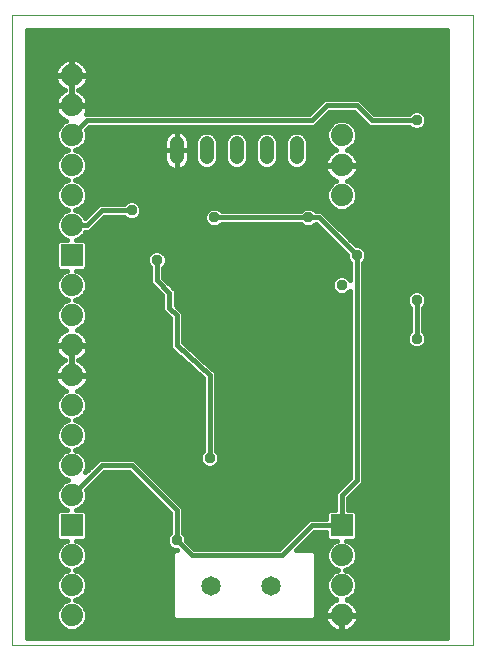
<source format=gbl>
G75*
%MOIN*%
%OFA0B0*%
%FSLAX25Y25*%
%IPPOS*%
%LPD*%
%AMOC8*
5,1,8,0,0,1.08239X$1,22.5*
%
%ADD10C,0.00000*%
%ADD11C,0.06500*%
%ADD12R,0.07400X0.07400*%
%ADD13C,0.07400*%
%ADD14C,0.04800*%
%ADD15C,0.03762*%
%ADD16C,0.01600*%
D10*
X0003000Y0001800D02*
X0003000Y0211761D01*
X0156701Y0211761D01*
X0156701Y0001800D01*
X0003000Y0001800D01*
D11*
X0069500Y0021400D03*
X0089500Y0021400D03*
D12*
X0113000Y0041800D03*
X0023000Y0041800D03*
X0023000Y0131800D03*
D13*
X0023000Y0141800D03*
X0023000Y0151800D03*
X0023000Y0161800D03*
X0023000Y0171800D03*
X0023000Y0181800D03*
X0023000Y0191800D03*
X0023000Y0121800D03*
X0023000Y0111800D03*
X0023000Y0101800D03*
X0023000Y0091800D03*
X0023000Y0081800D03*
X0023000Y0071800D03*
X0023000Y0061800D03*
X0023000Y0051800D03*
X0023000Y0031800D03*
X0023000Y0021800D03*
X0023000Y0011800D03*
X0113000Y0011800D03*
X0113000Y0021800D03*
X0113000Y0031800D03*
X0113000Y0151800D03*
X0113000Y0161800D03*
X0113000Y0171800D03*
D14*
X0098000Y0169200D02*
X0098000Y0164400D01*
X0088000Y0164400D02*
X0088000Y0169200D01*
X0078000Y0169200D02*
X0078000Y0164400D01*
X0068000Y0164400D02*
X0068000Y0169200D01*
X0058000Y0169200D02*
X0058000Y0164400D01*
D15*
X0043000Y0146800D03*
X0051400Y0130200D03*
X0070600Y0144400D03*
X0073000Y0151800D03*
X0101900Y0144400D03*
X0118000Y0131800D03*
X0113000Y0121800D03*
X0103000Y0101800D03*
X0103000Y0071800D03*
X0078000Y0071800D03*
X0069000Y0064300D03*
X0058000Y0036800D03*
X0048000Y0016800D03*
X0033000Y0086800D03*
X0078000Y0101800D03*
X0138000Y0104000D03*
X0138000Y0116800D03*
X0138000Y0176800D03*
X0123000Y0186800D03*
X0143000Y0196800D03*
X0033000Y0196800D03*
X0138000Y0046800D03*
X0138000Y0021800D03*
D16*
X0148000Y0021893D02*
X0118100Y0021893D01*
X0118100Y0022814D02*
X0117324Y0024689D01*
X0115889Y0026124D01*
X0114256Y0026800D01*
X0115889Y0027476D01*
X0117324Y0028911D01*
X0118100Y0030786D01*
X0118100Y0032814D01*
X0117324Y0034689D01*
X0115889Y0036124D01*
X0114497Y0036700D01*
X0117280Y0036700D01*
X0118100Y0037520D01*
X0118100Y0046080D01*
X0117280Y0046900D01*
X0115200Y0046900D01*
X0115200Y0050889D01*
X0118911Y0054600D01*
X0120200Y0055889D01*
X0120200Y0129360D01*
X0120782Y0129941D01*
X0121281Y0131147D01*
X0121281Y0132453D01*
X0120782Y0133659D01*
X0119859Y0134582D01*
X0118653Y0135081D01*
X0117830Y0135081D01*
X0106311Y0146600D01*
X0104340Y0146600D01*
X0103759Y0147182D01*
X0102553Y0147681D01*
X0101247Y0147681D01*
X0100041Y0147182D01*
X0099460Y0146600D01*
X0073040Y0146600D01*
X0072459Y0147182D01*
X0071253Y0147681D01*
X0069947Y0147681D01*
X0068741Y0147182D01*
X0067818Y0146259D01*
X0067319Y0145053D01*
X0067319Y0143747D01*
X0067818Y0142541D01*
X0068741Y0141618D01*
X0069947Y0141119D01*
X0071253Y0141119D01*
X0072459Y0141618D01*
X0073040Y0142200D01*
X0099460Y0142200D01*
X0100041Y0141618D01*
X0101247Y0141119D01*
X0102553Y0141119D01*
X0103759Y0141618D01*
X0104340Y0142200D01*
X0104489Y0142200D01*
X0114719Y0131970D01*
X0114719Y0131147D01*
X0115218Y0129941D01*
X0115800Y0129360D01*
X0115800Y0123614D01*
X0115782Y0123659D01*
X0114859Y0124582D01*
X0113653Y0125081D01*
X0112347Y0125081D01*
X0111141Y0124582D01*
X0110218Y0123659D01*
X0109719Y0122453D01*
X0109719Y0121147D01*
X0110218Y0119941D01*
X0111141Y0119018D01*
X0112347Y0118519D01*
X0113653Y0118519D01*
X0114859Y0119018D01*
X0115782Y0119941D01*
X0115800Y0119986D01*
X0115800Y0057711D01*
X0112089Y0054000D01*
X0110800Y0052711D01*
X0110800Y0046900D01*
X0108720Y0046900D01*
X0107900Y0046080D01*
X0107900Y0044000D01*
X0102089Y0044000D01*
X0100800Y0042711D01*
X0092089Y0034000D01*
X0063911Y0034000D01*
X0061281Y0036630D01*
X0061281Y0037453D01*
X0060782Y0038659D01*
X0060200Y0039240D01*
X0060200Y0047711D01*
X0058911Y0049000D01*
X0043911Y0064000D01*
X0032089Y0064000D01*
X0030800Y0062711D01*
X0027552Y0059464D01*
X0028100Y0060786D01*
X0028100Y0062814D01*
X0027324Y0064689D01*
X0025889Y0066124D01*
X0024256Y0066800D01*
X0025889Y0067476D01*
X0027324Y0068911D01*
X0028100Y0070786D01*
X0028100Y0072814D01*
X0027324Y0074689D01*
X0025889Y0076124D01*
X0024256Y0076800D01*
X0025889Y0077476D01*
X0027324Y0078911D01*
X0028100Y0080786D01*
X0028100Y0082814D01*
X0027324Y0084689D01*
X0025889Y0086124D01*
X0024763Y0086590D01*
X0025111Y0086703D01*
X0025883Y0087096D01*
X0026583Y0087605D01*
X0027195Y0088217D01*
X0027704Y0088917D01*
X0028097Y0089689D01*
X0028365Y0090512D01*
X0028500Y0091367D01*
X0028500Y0091600D01*
X0023200Y0091600D01*
X0023200Y0092000D01*
X0028500Y0092000D01*
X0028500Y0092233D01*
X0028365Y0093088D01*
X0028097Y0093911D01*
X0027704Y0094683D01*
X0027195Y0095383D01*
X0026583Y0095995D01*
X0025883Y0096504D01*
X0025302Y0096800D01*
X0025883Y0097096D01*
X0026583Y0097605D01*
X0027195Y0098217D01*
X0027704Y0098917D01*
X0028097Y0099689D01*
X0028365Y0100512D01*
X0028500Y0101367D01*
X0028500Y0101600D01*
X0023200Y0101600D01*
X0023200Y0102000D01*
X0028500Y0102000D01*
X0028500Y0102233D01*
X0028365Y0103088D01*
X0028097Y0103911D01*
X0027704Y0104683D01*
X0027195Y0105383D01*
X0026583Y0105995D01*
X0025883Y0106504D01*
X0025111Y0106897D01*
X0024763Y0107010D01*
X0025889Y0107476D01*
X0027324Y0108911D01*
X0028100Y0110786D01*
X0028100Y0112814D01*
X0027324Y0114689D01*
X0025889Y0116124D01*
X0024256Y0116800D01*
X0025889Y0117476D01*
X0027324Y0118911D01*
X0028100Y0120786D01*
X0028100Y0122814D01*
X0027324Y0124689D01*
X0025889Y0126124D01*
X0024497Y0126700D01*
X0027280Y0126700D01*
X0028100Y0127520D01*
X0028100Y0136080D01*
X0027280Y0136900D01*
X0024497Y0136900D01*
X0025889Y0137476D01*
X0027324Y0138911D01*
X0027609Y0139600D01*
X0028911Y0139600D01*
X0030200Y0140889D01*
X0033911Y0144600D01*
X0040560Y0144600D01*
X0041141Y0144018D01*
X0042347Y0143519D01*
X0043653Y0143519D01*
X0044859Y0144018D01*
X0045782Y0144941D01*
X0046281Y0146147D01*
X0046281Y0147453D01*
X0045782Y0148659D01*
X0044859Y0149582D01*
X0043653Y0150081D01*
X0042347Y0150081D01*
X0041141Y0149582D01*
X0040560Y0149000D01*
X0032089Y0149000D01*
X0027457Y0144368D01*
X0027324Y0144689D01*
X0025889Y0146124D01*
X0024256Y0146800D01*
X0025889Y0147476D01*
X0027324Y0148911D01*
X0028100Y0150786D01*
X0028100Y0152814D01*
X0027324Y0154689D01*
X0025889Y0156124D01*
X0024256Y0156800D01*
X0025889Y0157476D01*
X0027324Y0158911D01*
X0028100Y0160786D01*
X0028100Y0162814D01*
X0027324Y0164689D01*
X0025889Y0166124D01*
X0024256Y0166800D01*
X0025889Y0167476D01*
X0027324Y0168911D01*
X0028100Y0170786D01*
X0028100Y0172814D01*
X0027815Y0173503D01*
X0028911Y0174600D01*
X0103911Y0174600D01*
X0105200Y0175889D01*
X0108911Y0179600D01*
X0117089Y0179600D01*
X0122089Y0174600D01*
X0135560Y0174600D01*
X0136141Y0174018D01*
X0137347Y0173519D01*
X0138653Y0173519D01*
X0139859Y0174018D01*
X0140782Y0174941D01*
X0141281Y0176147D01*
X0141281Y0177453D01*
X0140782Y0178659D01*
X0139859Y0179582D01*
X0138653Y0180081D01*
X0137347Y0180081D01*
X0136141Y0179582D01*
X0135560Y0179000D01*
X0123911Y0179000D01*
X0120200Y0182711D01*
X0118911Y0184000D01*
X0107089Y0184000D01*
X0102089Y0179000D01*
X0027746Y0179000D01*
X0028097Y0179689D01*
X0028365Y0180512D01*
X0028500Y0181367D01*
X0028500Y0181600D01*
X0023200Y0181600D01*
X0023200Y0182000D01*
X0028500Y0182000D01*
X0028500Y0182233D01*
X0028365Y0183088D01*
X0028097Y0183911D01*
X0027704Y0184683D01*
X0027195Y0185383D01*
X0026583Y0185995D01*
X0025883Y0186504D01*
X0025302Y0186800D01*
X0025883Y0187096D01*
X0026583Y0187605D01*
X0027195Y0188217D01*
X0027704Y0188917D01*
X0028097Y0189689D01*
X0028365Y0190512D01*
X0028500Y0191367D01*
X0028500Y0191600D01*
X0023200Y0191600D01*
X0023200Y0192000D01*
X0022800Y0192000D01*
X0022800Y0197300D01*
X0022567Y0197300D01*
X0021712Y0197165D01*
X0020889Y0196897D01*
X0020117Y0196504D01*
X0019417Y0195995D01*
X0018805Y0195383D01*
X0018296Y0194683D01*
X0017903Y0193911D01*
X0017635Y0193088D01*
X0017500Y0192233D01*
X0017500Y0192000D01*
X0022800Y0192000D01*
X0022800Y0191600D01*
X0017500Y0191600D01*
X0017500Y0191367D01*
X0017635Y0190512D01*
X0017903Y0189689D01*
X0018296Y0188917D01*
X0018805Y0188217D01*
X0019417Y0187605D01*
X0020117Y0187096D01*
X0020698Y0186800D01*
X0020117Y0186504D01*
X0019417Y0185995D01*
X0018805Y0185383D01*
X0018296Y0184683D01*
X0017903Y0183911D01*
X0017635Y0183088D01*
X0017500Y0182233D01*
X0017500Y0182000D01*
X0022800Y0182000D01*
X0022800Y0191600D01*
X0023200Y0191600D01*
X0023200Y0186300D01*
X0023200Y0182000D01*
X0022800Y0182000D01*
X0022800Y0181600D01*
X0017500Y0181600D01*
X0017500Y0181367D01*
X0017635Y0180512D01*
X0017903Y0179689D01*
X0018296Y0178917D01*
X0018805Y0178217D01*
X0019417Y0177605D01*
X0020117Y0177096D01*
X0020889Y0176703D01*
X0021237Y0176590D01*
X0020111Y0176124D01*
X0018676Y0174689D01*
X0017900Y0172814D01*
X0017900Y0170786D01*
X0018676Y0168911D01*
X0020111Y0167476D01*
X0021744Y0166800D01*
X0020111Y0166124D01*
X0018676Y0164689D01*
X0017900Y0162814D01*
X0017900Y0160786D01*
X0018676Y0158911D01*
X0020111Y0157476D01*
X0021744Y0156800D01*
X0020111Y0156124D01*
X0018676Y0154689D01*
X0017900Y0152814D01*
X0017900Y0150786D01*
X0018676Y0148911D01*
X0020111Y0147476D01*
X0021744Y0146800D01*
X0020111Y0146124D01*
X0018676Y0144689D01*
X0017900Y0142814D01*
X0017900Y0140786D01*
X0018676Y0138911D01*
X0020111Y0137476D01*
X0021503Y0136900D01*
X0018720Y0136900D01*
X0017900Y0136080D01*
X0017900Y0127520D01*
X0018720Y0126700D01*
X0021503Y0126700D01*
X0020111Y0126124D01*
X0018676Y0124689D01*
X0017900Y0122814D01*
X0017900Y0120786D01*
X0018676Y0118911D01*
X0020111Y0117476D01*
X0021744Y0116800D01*
X0020111Y0116124D01*
X0018676Y0114689D01*
X0017900Y0112814D01*
X0017900Y0110786D01*
X0018676Y0108911D01*
X0020111Y0107476D01*
X0021237Y0107010D01*
X0020889Y0106897D01*
X0020117Y0106504D01*
X0019417Y0105995D01*
X0018805Y0105383D01*
X0018296Y0104683D01*
X0017903Y0103911D01*
X0017635Y0103088D01*
X0017500Y0102233D01*
X0017500Y0102000D01*
X0022800Y0102000D01*
X0022800Y0101600D01*
X0017500Y0101600D01*
X0017500Y0101367D01*
X0017635Y0100512D01*
X0017903Y0099689D01*
X0018296Y0098917D01*
X0018805Y0098217D01*
X0019417Y0097605D01*
X0020117Y0097096D01*
X0020698Y0096800D01*
X0020117Y0096504D01*
X0019417Y0095995D01*
X0018805Y0095383D01*
X0018296Y0094683D01*
X0017903Y0093911D01*
X0017635Y0093088D01*
X0017500Y0092233D01*
X0017500Y0092000D01*
X0022800Y0092000D01*
X0022800Y0101600D01*
X0023200Y0101600D01*
X0023200Y0096300D01*
X0023200Y0092000D01*
X0022800Y0092000D01*
X0022800Y0091600D01*
X0017500Y0091600D01*
X0017500Y0091367D01*
X0017635Y0090512D01*
X0017903Y0089689D01*
X0018296Y0088917D01*
X0018805Y0088217D01*
X0019417Y0087605D01*
X0020117Y0087096D01*
X0020889Y0086703D01*
X0021237Y0086590D01*
X0020111Y0086124D01*
X0018676Y0084689D01*
X0017900Y0082814D01*
X0017900Y0080786D01*
X0018676Y0078911D01*
X0020111Y0077476D01*
X0021744Y0076800D01*
X0020111Y0076124D01*
X0018676Y0074689D01*
X0017900Y0072814D01*
X0017900Y0070786D01*
X0018676Y0068911D01*
X0020111Y0067476D01*
X0021744Y0066800D01*
X0020111Y0066124D01*
X0018676Y0064689D01*
X0017900Y0062814D01*
X0017900Y0060786D01*
X0018676Y0058911D01*
X0020111Y0057476D01*
X0021744Y0056800D01*
X0020111Y0056124D01*
X0018676Y0054689D01*
X0017900Y0052814D01*
X0017900Y0050786D01*
X0018676Y0048911D01*
X0020111Y0047476D01*
X0021503Y0046900D01*
X0018720Y0046900D01*
X0017900Y0046080D01*
X0017900Y0037520D01*
X0018720Y0036700D01*
X0021503Y0036700D01*
X0020111Y0036124D01*
X0018676Y0034689D01*
X0017900Y0032814D01*
X0017900Y0030786D01*
X0018676Y0028911D01*
X0020111Y0027476D01*
X0021744Y0026800D01*
X0020111Y0026124D01*
X0018676Y0024689D01*
X0017900Y0022814D01*
X0017900Y0020786D01*
X0018676Y0018911D01*
X0020111Y0017476D01*
X0021744Y0016800D01*
X0020111Y0016124D01*
X0018676Y0014689D01*
X0017900Y0012814D01*
X0017900Y0010786D01*
X0018676Y0008911D01*
X0020111Y0007476D01*
X0021986Y0006700D01*
X0024014Y0006700D01*
X0025889Y0007476D01*
X0027324Y0008911D01*
X0028100Y0010786D01*
X0028100Y0012814D01*
X0027324Y0014689D01*
X0025889Y0016124D01*
X0024256Y0016800D01*
X0025889Y0017476D01*
X0027324Y0018911D01*
X0028100Y0020786D01*
X0028100Y0022814D01*
X0027324Y0024689D01*
X0025889Y0026124D01*
X0024256Y0026800D01*
X0025889Y0027476D01*
X0027324Y0028911D01*
X0028100Y0030786D01*
X0028100Y0032814D01*
X0027324Y0034689D01*
X0025889Y0036124D01*
X0024497Y0036700D01*
X0027280Y0036700D01*
X0028100Y0037520D01*
X0028100Y0046080D01*
X0027280Y0046900D01*
X0024497Y0046900D01*
X0025889Y0047476D01*
X0027324Y0048911D01*
X0028100Y0050786D01*
X0028100Y0052814D01*
X0027815Y0053503D01*
X0033911Y0059600D01*
X0042089Y0059600D01*
X0055800Y0045889D01*
X0055800Y0039240D01*
X0055218Y0038659D01*
X0054719Y0037453D01*
X0054719Y0036147D01*
X0055218Y0034941D01*
X0056141Y0034018D01*
X0057347Y0033519D01*
X0058170Y0033519D01*
X0058289Y0033400D01*
X0057337Y0033400D01*
X0056400Y0032463D01*
X0056400Y0011137D01*
X0057337Y0010200D01*
X0103663Y0010200D01*
X0104600Y0011137D01*
X0104600Y0032463D01*
X0103663Y0033400D01*
X0097711Y0033400D01*
X0103911Y0039600D01*
X0107900Y0039600D01*
X0107900Y0037520D01*
X0108720Y0036700D01*
X0111503Y0036700D01*
X0110111Y0036124D01*
X0108676Y0034689D01*
X0107900Y0032814D01*
X0107900Y0030786D01*
X0108676Y0028911D01*
X0110111Y0027476D01*
X0111744Y0026800D01*
X0110111Y0026124D01*
X0108676Y0024689D01*
X0107900Y0022814D01*
X0107900Y0020786D01*
X0108676Y0018911D01*
X0110111Y0017476D01*
X0111237Y0017010D01*
X0110889Y0016897D01*
X0110117Y0016504D01*
X0109417Y0015995D01*
X0108805Y0015383D01*
X0108296Y0014683D01*
X0107903Y0013911D01*
X0107635Y0013088D01*
X0107500Y0012233D01*
X0107500Y0012000D01*
X0112800Y0012000D01*
X0112800Y0011600D01*
X0113200Y0011600D01*
X0113200Y0012000D01*
X0118500Y0012000D01*
X0118500Y0012233D01*
X0118365Y0013088D01*
X0118097Y0013911D01*
X0117704Y0014683D01*
X0117195Y0015383D01*
X0116583Y0015995D01*
X0115883Y0016504D01*
X0115111Y0016897D01*
X0114763Y0017010D01*
X0115889Y0017476D01*
X0117324Y0018911D01*
X0118100Y0020786D01*
X0118100Y0022814D01*
X0117820Y0023491D02*
X0148000Y0023491D01*
X0148000Y0025090D02*
X0116923Y0025090D01*
X0114525Y0026688D02*
X0148000Y0026688D01*
X0148000Y0028287D02*
X0116699Y0028287D01*
X0117727Y0029885D02*
X0148000Y0029885D01*
X0148000Y0031484D02*
X0118100Y0031484D01*
X0117989Y0033082D02*
X0148000Y0033082D01*
X0148000Y0034681D02*
X0117327Y0034681D01*
X0115513Y0036279D02*
X0148000Y0036279D01*
X0148000Y0037878D02*
X0118100Y0037878D01*
X0118100Y0039476D02*
X0148000Y0039476D01*
X0148000Y0041075D02*
X0118100Y0041075D01*
X0118100Y0042673D02*
X0148000Y0042673D01*
X0148000Y0044272D02*
X0118100Y0044272D01*
X0118100Y0045870D02*
X0148000Y0045870D01*
X0148000Y0047469D02*
X0115200Y0047469D01*
X0115200Y0049068D02*
X0148000Y0049068D01*
X0148000Y0050666D02*
X0115200Y0050666D01*
X0116576Y0052265D02*
X0148000Y0052265D01*
X0148000Y0053863D02*
X0118174Y0053863D01*
X0119773Y0055462D02*
X0148000Y0055462D01*
X0148000Y0057060D02*
X0120200Y0057060D01*
X0120200Y0058659D02*
X0148000Y0058659D01*
X0148000Y0060257D02*
X0120200Y0060257D01*
X0120200Y0061856D02*
X0148000Y0061856D01*
X0148000Y0063454D02*
X0120200Y0063454D01*
X0120200Y0065053D02*
X0148000Y0065053D01*
X0148000Y0066651D02*
X0120200Y0066651D01*
X0120200Y0068250D02*
X0148000Y0068250D01*
X0148000Y0069848D02*
X0120200Y0069848D01*
X0120200Y0071447D02*
X0148000Y0071447D01*
X0148000Y0073045D02*
X0120200Y0073045D01*
X0120200Y0074644D02*
X0148000Y0074644D01*
X0148000Y0076242D02*
X0120200Y0076242D01*
X0120200Y0077841D02*
X0148000Y0077841D01*
X0148000Y0079439D02*
X0120200Y0079439D01*
X0120200Y0081038D02*
X0148000Y0081038D01*
X0148000Y0082636D02*
X0120200Y0082636D01*
X0120200Y0084235D02*
X0148000Y0084235D01*
X0148000Y0085833D02*
X0120200Y0085833D01*
X0120200Y0087432D02*
X0148000Y0087432D01*
X0148000Y0089030D02*
X0120200Y0089030D01*
X0120200Y0090629D02*
X0148000Y0090629D01*
X0148000Y0092227D02*
X0120200Y0092227D01*
X0120200Y0093826D02*
X0148000Y0093826D01*
X0148000Y0095424D02*
X0120200Y0095424D01*
X0120200Y0097023D02*
X0148000Y0097023D01*
X0148000Y0098621D02*
X0120200Y0098621D01*
X0120200Y0100220D02*
X0148000Y0100220D01*
X0148000Y0101818D02*
X0140459Y0101818D01*
X0140782Y0102141D02*
X0141281Y0103347D01*
X0141281Y0104653D01*
X0140782Y0105859D01*
X0140200Y0106440D01*
X0140200Y0114360D01*
X0140782Y0114941D01*
X0141281Y0116147D01*
X0141281Y0117453D01*
X0140782Y0118659D01*
X0139859Y0119582D01*
X0138653Y0120081D01*
X0137347Y0120081D01*
X0136141Y0119582D01*
X0135218Y0118659D01*
X0134719Y0117453D01*
X0134719Y0116147D01*
X0135218Y0114941D01*
X0135800Y0114360D01*
X0135800Y0106440D01*
X0135218Y0105859D01*
X0134719Y0104653D01*
X0134719Y0103347D01*
X0135218Y0102141D01*
X0136141Y0101218D01*
X0137347Y0100719D01*
X0138653Y0100719D01*
X0139859Y0101218D01*
X0140782Y0102141D01*
X0141281Y0103417D02*
X0148000Y0103417D01*
X0148000Y0105015D02*
X0141131Y0105015D01*
X0140200Y0106614D02*
X0148000Y0106614D01*
X0148000Y0108212D02*
X0140200Y0108212D01*
X0140200Y0109811D02*
X0148000Y0109811D01*
X0148000Y0111409D02*
X0140200Y0111409D01*
X0140200Y0113008D02*
X0148000Y0113008D01*
X0148000Y0114606D02*
X0140447Y0114606D01*
X0141281Y0116205D02*
X0148000Y0116205D01*
X0148000Y0117803D02*
X0141136Y0117803D01*
X0140038Y0119402D02*
X0148000Y0119402D01*
X0148000Y0121001D02*
X0120200Y0121001D01*
X0120200Y0122599D02*
X0148000Y0122599D01*
X0148000Y0124198D02*
X0120200Y0124198D01*
X0120200Y0125796D02*
X0148000Y0125796D01*
X0148000Y0127395D02*
X0120200Y0127395D01*
X0120200Y0128993D02*
X0148000Y0128993D01*
X0148000Y0130592D02*
X0121051Y0130592D01*
X0121281Y0132190D02*
X0148000Y0132190D01*
X0148000Y0133789D02*
X0120652Y0133789D01*
X0118000Y0131800D02*
X0105400Y0144400D01*
X0101900Y0144400D01*
X0070600Y0144400D01*
X0072621Y0141781D02*
X0099879Y0141781D01*
X0103921Y0141781D02*
X0104908Y0141781D01*
X0106506Y0140183D02*
X0029494Y0140183D01*
X0028000Y0141800D02*
X0023000Y0141800D01*
X0021205Y0146577D02*
X0008000Y0146577D01*
X0008000Y0148175D02*
X0019412Y0148175D01*
X0018319Y0149774D02*
X0008000Y0149774D01*
X0008000Y0151372D02*
X0017900Y0151372D01*
X0017965Y0152971D02*
X0008000Y0152971D01*
X0008000Y0154569D02*
X0018627Y0154569D01*
X0020218Y0156168D02*
X0008000Y0156168D01*
X0008000Y0157766D02*
X0019821Y0157766D01*
X0018488Y0159365D02*
X0008000Y0159365D01*
X0008000Y0160963D02*
X0017900Y0160963D01*
X0017900Y0162562D02*
X0008000Y0162562D01*
X0008000Y0164160D02*
X0018457Y0164160D01*
X0019746Y0165759D02*
X0008000Y0165759D01*
X0008000Y0167357D02*
X0020399Y0167357D01*
X0018658Y0168956D02*
X0008000Y0168956D01*
X0008000Y0170554D02*
X0017996Y0170554D01*
X0017900Y0172153D02*
X0008000Y0172153D01*
X0008000Y0173751D02*
X0018288Y0173751D01*
X0019337Y0175350D02*
X0008000Y0175350D01*
X0008000Y0176948D02*
X0020407Y0176948D01*
X0018565Y0178547D02*
X0008000Y0178547D01*
X0008000Y0180145D02*
X0017755Y0180145D01*
X0017718Y0183342D02*
X0008000Y0183342D01*
X0008000Y0181744D02*
X0022800Y0181744D01*
X0023200Y0181744D02*
X0104833Y0181744D01*
X0106431Y0183342D02*
X0028282Y0183342D01*
X0027516Y0184941D02*
X0148000Y0184941D01*
X0148000Y0186539D02*
X0025813Y0186539D01*
X0027116Y0188138D02*
X0148000Y0188138D01*
X0148000Y0189737D02*
X0028113Y0189737D01*
X0028495Y0191335D02*
X0148000Y0191335D01*
X0148000Y0192934D02*
X0028389Y0192934D01*
X0028365Y0193088D02*
X0028097Y0193911D01*
X0027704Y0194683D01*
X0027195Y0195383D01*
X0026583Y0195995D01*
X0025883Y0196504D01*
X0025111Y0196897D01*
X0024288Y0197165D01*
X0023433Y0197300D01*
X0023200Y0197300D01*
X0023200Y0192000D01*
X0028500Y0192000D01*
X0028500Y0192233D01*
X0028365Y0193088D01*
X0027781Y0194532D02*
X0148000Y0194532D01*
X0148000Y0196131D02*
X0026397Y0196131D01*
X0023200Y0196131D02*
X0022800Y0196131D01*
X0022800Y0194532D02*
X0023200Y0194532D01*
X0023200Y0192934D02*
X0022800Y0192934D01*
X0022800Y0191335D02*
X0023200Y0191335D01*
X0023200Y0189737D02*
X0022800Y0189737D01*
X0022800Y0188138D02*
X0023200Y0188138D01*
X0023200Y0186539D02*
X0022800Y0186539D01*
X0022800Y0184941D02*
X0023200Y0184941D01*
X0023200Y0183342D02*
X0022800Y0183342D01*
X0020187Y0186539D02*
X0008000Y0186539D01*
X0008000Y0184941D02*
X0018484Y0184941D01*
X0018884Y0188138D02*
X0008000Y0188138D01*
X0008000Y0189737D02*
X0017887Y0189737D01*
X0017505Y0191335D02*
X0008000Y0191335D01*
X0008000Y0192934D02*
X0017611Y0192934D01*
X0018219Y0194532D02*
X0008000Y0194532D01*
X0008000Y0196131D02*
X0019603Y0196131D01*
X0028245Y0180145D02*
X0103234Y0180145D01*
X0103000Y0176800D02*
X0028000Y0176800D01*
X0023000Y0171800D01*
X0025601Y0167357D02*
X0053800Y0167357D01*
X0053800Y0166800D02*
X0058000Y0166800D01*
X0058000Y0166800D01*
X0058000Y0173400D01*
X0058331Y0173400D01*
X0058984Y0173297D01*
X0059612Y0173092D01*
X0060201Y0172792D01*
X0060736Y0172404D01*
X0061204Y0171936D01*
X0061592Y0171401D01*
X0061892Y0170812D01*
X0062097Y0170184D01*
X0062200Y0169531D01*
X0062200Y0166800D01*
X0058000Y0166800D01*
X0058000Y0166800D01*
X0058000Y0166800D01*
X0058000Y0173400D01*
X0057669Y0173400D01*
X0057016Y0173297D01*
X0056388Y0173092D01*
X0055799Y0172792D01*
X0055264Y0172404D01*
X0054796Y0171936D01*
X0054408Y0171401D01*
X0054108Y0170812D01*
X0053903Y0170184D01*
X0053800Y0169531D01*
X0053800Y0166800D01*
X0053800Y0164069D01*
X0053903Y0163416D01*
X0054108Y0162788D01*
X0054408Y0162199D01*
X0054796Y0161664D01*
X0055264Y0161196D01*
X0055799Y0160808D01*
X0056388Y0160508D01*
X0057016Y0160303D01*
X0057669Y0160200D01*
X0058000Y0160200D01*
X0058331Y0160200D01*
X0058984Y0160303D01*
X0059612Y0160508D01*
X0060201Y0160808D01*
X0060736Y0161196D01*
X0061204Y0161664D01*
X0061592Y0162199D01*
X0061892Y0162788D01*
X0062097Y0163416D01*
X0062200Y0164069D01*
X0062200Y0166800D01*
X0058000Y0166800D01*
X0058000Y0160200D01*
X0058000Y0166800D01*
X0058000Y0166800D01*
X0053800Y0166800D01*
X0053800Y0165759D02*
X0026254Y0165759D01*
X0027543Y0164160D02*
X0053800Y0164160D01*
X0054223Y0162562D02*
X0028100Y0162562D01*
X0028100Y0160963D02*
X0055585Y0160963D01*
X0058000Y0160963D02*
X0058000Y0160963D01*
X0058000Y0162562D02*
X0058000Y0162562D01*
X0058000Y0164160D02*
X0058000Y0164160D01*
X0058000Y0165759D02*
X0058000Y0165759D01*
X0058000Y0167357D02*
X0058000Y0167357D01*
X0058000Y0168956D02*
X0058000Y0168956D01*
X0058000Y0170554D02*
X0058000Y0170554D01*
X0058000Y0172153D02*
X0058000Y0172153D01*
X0055013Y0172153D02*
X0028100Y0172153D01*
X0028063Y0173751D02*
X0108288Y0173751D01*
X0107900Y0172814D02*
X0108676Y0174689D01*
X0110111Y0176124D01*
X0111986Y0176900D01*
X0114014Y0176900D01*
X0115889Y0176124D01*
X0117324Y0174689D01*
X0118100Y0172814D01*
X0118100Y0170786D01*
X0117324Y0168911D01*
X0115889Y0167476D01*
X0114763Y0167010D01*
X0115111Y0166897D01*
X0115883Y0166504D01*
X0116583Y0165995D01*
X0117195Y0165383D01*
X0117704Y0164683D01*
X0118097Y0163911D01*
X0118365Y0163088D01*
X0118500Y0162233D01*
X0118500Y0162000D01*
X0113200Y0162000D01*
X0113200Y0161600D01*
X0118500Y0161600D01*
X0118500Y0161367D01*
X0118365Y0160512D01*
X0118097Y0159689D01*
X0117704Y0158917D01*
X0117195Y0158217D01*
X0116583Y0157605D01*
X0115883Y0157096D01*
X0115111Y0156703D01*
X0114763Y0156590D01*
X0115889Y0156124D01*
X0117324Y0154689D01*
X0118100Y0152814D01*
X0118100Y0150786D01*
X0117324Y0148911D01*
X0115889Y0147476D01*
X0114014Y0146700D01*
X0111986Y0146700D01*
X0110111Y0147476D01*
X0108676Y0148911D01*
X0107900Y0150786D01*
X0107900Y0152814D01*
X0108676Y0154689D01*
X0110111Y0156124D01*
X0111237Y0156590D01*
X0110889Y0156703D01*
X0110117Y0157096D01*
X0109417Y0157605D01*
X0108805Y0158217D01*
X0108296Y0158917D01*
X0107903Y0159689D01*
X0107635Y0160512D01*
X0107500Y0161367D01*
X0107500Y0161600D01*
X0112800Y0161600D01*
X0112800Y0162000D01*
X0107500Y0162000D01*
X0107500Y0162233D01*
X0107635Y0163088D01*
X0107903Y0163911D01*
X0108296Y0164683D01*
X0108805Y0165383D01*
X0109417Y0165995D01*
X0110117Y0166504D01*
X0110889Y0166897D01*
X0111237Y0167010D01*
X0110111Y0167476D01*
X0108676Y0168911D01*
X0107900Y0170786D01*
X0107900Y0172814D01*
X0107900Y0172153D02*
X0100421Y0172153D01*
X0100153Y0172421D02*
X0098756Y0173000D01*
X0097244Y0173000D01*
X0095847Y0172421D01*
X0094779Y0171353D01*
X0094200Y0169956D01*
X0094200Y0163644D01*
X0094779Y0162247D01*
X0095847Y0161179D01*
X0097244Y0160600D01*
X0098756Y0160600D01*
X0100153Y0161179D01*
X0101221Y0162247D01*
X0101800Y0163644D01*
X0101800Y0169956D01*
X0101221Y0171353D01*
X0100153Y0172421D01*
X0101552Y0170554D02*
X0107996Y0170554D01*
X0108658Y0168956D02*
X0101800Y0168956D01*
X0101800Y0167357D02*
X0110399Y0167357D01*
X0109181Y0165759D02*
X0101800Y0165759D01*
X0101800Y0164160D02*
X0108030Y0164160D01*
X0107552Y0162562D02*
X0101352Y0162562D01*
X0099633Y0160963D02*
X0107564Y0160963D01*
X0108068Y0159365D02*
X0027511Y0159365D01*
X0026179Y0157766D02*
X0109256Y0157766D01*
X0110218Y0156168D02*
X0025782Y0156168D01*
X0027373Y0154569D02*
X0108627Y0154569D01*
X0107965Y0152971D02*
X0028035Y0152971D01*
X0028100Y0151372D02*
X0107900Y0151372D01*
X0108319Y0149774D02*
X0044395Y0149774D01*
X0045982Y0148175D02*
X0109412Y0148175D01*
X0106335Y0146577D02*
X0148000Y0146577D01*
X0148000Y0148175D02*
X0116588Y0148175D01*
X0117681Y0149774D02*
X0148000Y0149774D01*
X0148000Y0151372D02*
X0118100Y0151372D01*
X0118035Y0152971D02*
X0148000Y0152971D01*
X0148000Y0154569D02*
X0117373Y0154569D01*
X0115782Y0156168D02*
X0148000Y0156168D01*
X0148000Y0157766D02*
X0116744Y0157766D01*
X0117932Y0159365D02*
X0148000Y0159365D01*
X0148000Y0160963D02*
X0118436Y0160963D01*
X0118448Y0162562D02*
X0148000Y0162562D01*
X0148000Y0164160D02*
X0117970Y0164160D01*
X0116819Y0165759D02*
X0148000Y0165759D01*
X0148000Y0167357D02*
X0115601Y0167357D01*
X0117342Y0168956D02*
X0148000Y0168956D01*
X0148000Y0170554D02*
X0118004Y0170554D01*
X0118100Y0172153D02*
X0148000Y0172153D01*
X0148000Y0173751D02*
X0139214Y0173751D01*
X0140951Y0175350D02*
X0148000Y0175350D01*
X0148000Y0176948D02*
X0141281Y0176948D01*
X0140828Y0178547D02*
X0148000Y0178547D01*
X0148000Y0180145D02*
X0122766Y0180145D01*
X0121167Y0181744D02*
X0148000Y0181744D01*
X0148000Y0183342D02*
X0119569Y0183342D01*
X0118000Y0181800D02*
X0108000Y0181800D01*
X0103000Y0176800D01*
X0104661Y0175350D02*
X0109337Y0175350D01*
X0106260Y0176948D02*
X0119740Y0176948D01*
X0121339Y0175350D02*
X0116663Y0175350D01*
X0117712Y0173751D02*
X0136786Y0173751D01*
X0138000Y0176800D02*
X0123000Y0176800D01*
X0118000Y0181800D01*
X0118142Y0178547D02*
X0107858Y0178547D01*
X0095579Y0172153D02*
X0090421Y0172153D01*
X0090153Y0172421D02*
X0088756Y0173000D01*
X0087244Y0173000D01*
X0085847Y0172421D01*
X0084779Y0171353D01*
X0084200Y0169956D01*
X0084200Y0163644D01*
X0084779Y0162247D01*
X0085847Y0161179D01*
X0087244Y0160600D01*
X0088756Y0160600D01*
X0090153Y0161179D01*
X0091221Y0162247D01*
X0091800Y0163644D01*
X0091800Y0169956D01*
X0091221Y0171353D01*
X0090153Y0172421D01*
X0091552Y0170554D02*
X0094448Y0170554D01*
X0094200Y0168956D02*
X0091800Y0168956D01*
X0091800Y0167357D02*
X0094200Y0167357D01*
X0094200Y0165759D02*
X0091800Y0165759D01*
X0091800Y0164160D02*
X0094200Y0164160D01*
X0094648Y0162562D02*
X0091352Y0162562D01*
X0089633Y0160963D02*
X0096367Y0160963D01*
X0086367Y0160963D02*
X0079633Y0160963D01*
X0080153Y0161179D02*
X0081221Y0162247D01*
X0081800Y0163644D01*
X0081800Y0169956D01*
X0081221Y0171353D01*
X0080153Y0172421D01*
X0078756Y0173000D01*
X0077244Y0173000D01*
X0075847Y0172421D01*
X0074779Y0171353D01*
X0074200Y0169956D01*
X0074200Y0163644D01*
X0074779Y0162247D01*
X0075847Y0161179D01*
X0077244Y0160600D01*
X0078756Y0160600D01*
X0080153Y0161179D01*
X0081352Y0162562D02*
X0084648Y0162562D01*
X0084200Y0164160D02*
X0081800Y0164160D01*
X0081800Y0165759D02*
X0084200Y0165759D01*
X0084200Y0167357D02*
X0081800Y0167357D01*
X0081800Y0168956D02*
X0084200Y0168956D01*
X0084448Y0170554D02*
X0081552Y0170554D01*
X0080421Y0172153D02*
X0085579Y0172153D01*
X0075579Y0172153D02*
X0070421Y0172153D01*
X0070153Y0172421D02*
X0068756Y0173000D01*
X0067244Y0173000D01*
X0065847Y0172421D01*
X0064779Y0171353D01*
X0064200Y0169956D01*
X0064200Y0163644D01*
X0064779Y0162247D01*
X0065847Y0161179D01*
X0067244Y0160600D01*
X0068756Y0160600D01*
X0070153Y0161179D01*
X0071221Y0162247D01*
X0071800Y0163644D01*
X0071800Y0169956D01*
X0071221Y0171353D01*
X0070153Y0172421D01*
X0071552Y0170554D02*
X0074448Y0170554D01*
X0074200Y0168956D02*
X0071800Y0168956D01*
X0071800Y0167357D02*
X0074200Y0167357D01*
X0074200Y0165759D02*
X0071800Y0165759D01*
X0071800Y0164160D02*
X0074200Y0164160D01*
X0074648Y0162562D02*
X0071352Y0162562D01*
X0069633Y0160963D02*
X0076367Y0160963D01*
X0066367Y0160963D02*
X0060415Y0160963D01*
X0061777Y0162562D02*
X0064648Y0162562D01*
X0064200Y0164160D02*
X0062200Y0164160D01*
X0062200Y0165759D02*
X0064200Y0165759D01*
X0064200Y0167357D02*
X0062200Y0167357D01*
X0062200Y0168956D02*
X0064200Y0168956D01*
X0064448Y0170554D02*
X0061976Y0170554D01*
X0060987Y0172153D02*
X0065579Y0172153D01*
X0054024Y0170554D02*
X0028004Y0170554D01*
X0027342Y0168956D02*
X0053800Y0168956D01*
X0041605Y0149774D02*
X0027681Y0149774D01*
X0026588Y0148175D02*
X0031264Y0148175D01*
X0033000Y0146800D02*
X0028000Y0141800D01*
X0028067Y0144978D02*
X0027034Y0144978D01*
X0024795Y0146577D02*
X0029665Y0146577D01*
X0033000Y0146800D02*
X0043000Y0146800D01*
X0045797Y0144978D02*
X0067319Y0144978D01*
X0067471Y0143380D02*
X0032691Y0143380D01*
X0031092Y0141781D02*
X0068579Y0141781D01*
X0068137Y0146577D02*
X0046281Y0146577D01*
X0050747Y0133481D02*
X0049541Y0132982D01*
X0048618Y0132059D01*
X0048119Y0130853D01*
X0048119Y0129547D01*
X0048618Y0128341D01*
X0049146Y0127813D01*
X0049146Y0124365D01*
X0049146Y0122542D01*
X0053300Y0118389D01*
X0053300Y0113389D01*
X0055800Y0110889D01*
X0055800Y0102648D01*
X0055757Y0102601D01*
X0055800Y0101745D01*
X0055800Y0100889D01*
X0055845Y0100844D01*
X0055848Y0100780D01*
X0056483Y0100206D01*
X0057089Y0099600D01*
X0057152Y0099600D01*
X0066848Y0090825D01*
X0066804Y0066745D01*
X0066218Y0066159D01*
X0065719Y0064953D01*
X0065719Y0063647D01*
X0066218Y0062441D01*
X0067141Y0061518D01*
X0068347Y0061019D01*
X0069653Y0061019D01*
X0070859Y0061518D01*
X0071782Y0062441D01*
X0072281Y0063647D01*
X0072281Y0064953D01*
X0071782Y0066159D01*
X0071204Y0066736D01*
X0071248Y0090951D01*
X0071293Y0090999D01*
X0071250Y0091853D01*
X0071252Y0092707D01*
X0071205Y0092754D01*
X0071202Y0092820D01*
X0070568Y0093393D01*
X0069965Y0093998D01*
X0069899Y0093998D01*
X0060200Y0102776D01*
X0060200Y0112711D01*
X0058911Y0114000D01*
X0057700Y0115211D01*
X0057700Y0120211D01*
X0056411Y0121500D01*
X0053546Y0124365D01*
X0053546Y0127706D01*
X0054182Y0128341D01*
X0054681Y0129547D01*
X0054681Y0130853D01*
X0054182Y0132059D01*
X0053259Y0132982D01*
X0052053Y0133481D01*
X0050747Y0133481D01*
X0048750Y0132190D02*
X0028100Y0132190D01*
X0028100Y0130592D02*
X0048119Y0130592D01*
X0048348Y0128993D02*
X0028100Y0128993D01*
X0027974Y0127395D02*
X0049146Y0127395D01*
X0049146Y0125796D02*
X0026216Y0125796D01*
X0027527Y0124198D02*
X0049146Y0124198D01*
X0049146Y0122599D02*
X0028100Y0122599D01*
X0028100Y0121001D02*
X0050688Y0121001D01*
X0052287Y0119402D02*
X0027527Y0119402D01*
X0026216Y0117803D02*
X0053300Y0117803D01*
X0053300Y0116205D02*
X0025692Y0116205D01*
X0027358Y0114606D02*
X0053300Y0114606D01*
X0053681Y0113008D02*
X0028020Y0113008D01*
X0028100Y0111409D02*
X0055279Y0111409D01*
X0055800Y0109811D02*
X0027696Y0109811D01*
X0026625Y0108212D02*
X0055800Y0108212D01*
X0055800Y0106614D02*
X0025667Y0106614D01*
X0027462Y0105015D02*
X0055800Y0105015D01*
X0055800Y0103417D02*
X0028258Y0103417D01*
X0028270Y0100220D02*
X0056467Y0100220D01*
X0055796Y0101818D02*
X0023200Y0101818D01*
X0022800Y0101818D02*
X0008000Y0101818D01*
X0008000Y0100220D02*
X0017730Y0100220D01*
X0018511Y0098621D02*
X0008000Y0098621D01*
X0008000Y0097023D02*
X0020261Y0097023D01*
X0018846Y0095424D02*
X0008000Y0095424D01*
X0008000Y0093826D02*
X0017875Y0093826D01*
X0017500Y0092227D02*
X0008000Y0092227D01*
X0008000Y0090629D02*
X0017617Y0090629D01*
X0018238Y0089030D02*
X0008000Y0089030D01*
X0008000Y0087432D02*
X0019655Y0087432D01*
X0019821Y0085833D02*
X0008000Y0085833D01*
X0008000Y0084235D02*
X0018488Y0084235D01*
X0017900Y0082636D02*
X0008000Y0082636D01*
X0008000Y0081038D02*
X0017900Y0081038D01*
X0018458Y0079439D02*
X0008000Y0079439D01*
X0008000Y0077841D02*
X0019747Y0077841D01*
X0020398Y0076242D02*
X0008000Y0076242D01*
X0008000Y0074644D02*
X0018658Y0074644D01*
X0017996Y0073045D02*
X0008000Y0073045D01*
X0008000Y0071447D02*
X0017900Y0071447D01*
X0018288Y0069848D02*
X0008000Y0069848D01*
X0008000Y0068250D02*
X0019338Y0068250D01*
X0021385Y0066651D02*
X0008000Y0066651D01*
X0008000Y0065053D02*
X0019040Y0065053D01*
X0018165Y0063454D02*
X0008000Y0063454D01*
X0008000Y0061856D02*
X0017900Y0061856D01*
X0018119Y0060257D02*
X0008000Y0060257D01*
X0008000Y0058659D02*
X0018929Y0058659D01*
X0021116Y0057060D02*
X0008000Y0057060D01*
X0008000Y0055462D02*
X0019449Y0055462D01*
X0018334Y0053863D02*
X0008000Y0053863D01*
X0008000Y0052265D02*
X0017900Y0052265D01*
X0017949Y0050666D02*
X0008000Y0050666D01*
X0008000Y0049068D02*
X0018612Y0049068D01*
X0020129Y0047469D02*
X0008000Y0047469D01*
X0008000Y0045870D02*
X0017900Y0045870D01*
X0017900Y0044272D02*
X0008000Y0044272D01*
X0008000Y0042673D02*
X0017900Y0042673D01*
X0017900Y0041075D02*
X0008000Y0041075D01*
X0008000Y0039476D02*
X0017900Y0039476D01*
X0017900Y0037878D02*
X0008000Y0037878D01*
X0008000Y0036279D02*
X0020487Y0036279D01*
X0018673Y0034681D02*
X0008000Y0034681D01*
X0008000Y0033082D02*
X0018011Y0033082D01*
X0017900Y0031484D02*
X0008000Y0031484D01*
X0008000Y0029885D02*
X0018273Y0029885D01*
X0019301Y0028287D02*
X0008000Y0028287D01*
X0008000Y0026688D02*
X0021475Y0026688D01*
X0019077Y0025090D02*
X0008000Y0025090D01*
X0008000Y0023491D02*
X0018180Y0023491D01*
X0017900Y0021893D02*
X0008000Y0021893D01*
X0008000Y0020294D02*
X0018103Y0020294D01*
X0018892Y0018696D02*
X0008000Y0018696D01*
X0008000Y0017097D02*
X0021026Y0017097D01*
X0019486Y0015499D02*
X0008000Y0015499D01*
X0008000Y0013900D02*
X0018350Y0013900D01*
X0017900Y0012302D02*
X0008000Y0012302D01*
X0008000Y0010703D02*
X0017934Y0010703D01*
X0018596Y0009105D02*
X0008000Y0009105D01*
X0008000Y0007506D02*
X0020081Y0007506D01*
X0025919Y0007506D02*
X0109553Y0007506D01*
X0109417Y0007605D02*
X0110117Y0007096D01*
X0110889Y0006703D01*
X0111712Y0006435D01*
X0112567Y0006300D01*
X0112800Y0006300D01*
X0112800Y0011600D01*
X0107500Y0011600D01*
X0107500Y0011367D01*
X0107635Y0010512D01*
X0107903Y0009689D01*
X0108296Y0008917D01*
X0108805Y0008217D01*
X0109417Y0007605D01*
X0108201Y0009105D02*
X0027404Y0009105D01*
X0028066Y0010703D02*
X0056834Y0010703D01*
X0056400Y0012302D02*
X0028100Y0012302D01*
X0027650Y0013900D02*
X0056400Y0013900D01*
X0056400Y0015499D02*
X0026514Y0015499D01*
X0024974Y0017097D02*
X0056400Y0017097D01*
X0056400Y0018696D02*
X0027108Y0018696D01*
X0027897Y0020294D02*
X0056400Y0020294D01*
X0056400Y0021893D02*
X0028100Y0021893D01*
X0027820Y0023491D02*
X0056400Y0023491D01*
X0056400Y0025090D02*
X0026923Y0025090D01*
X0024525Y0026688D02*
X0056400Y0026688D01*
X0056400Y0028287D02*
X0026699Y0028287D01*
X0027727Y0029885D02*
X0056400Y0029885D01*
X0056400Y0031484D02*
X0028100Y0031484D01*
X0027989Y0033082D02*
X0057020Y0033082D01*
X0055479Y0034681D02*
X0027327Y0034681D01*
X0025513Y0036279D02*
X0054719Y0036279D01*
X0054895Y0037878D02*
X0028100Y0037878D01*
X0028100Y0039476D02*
X0055800Y0039476D01*
X0055800Y0041075D02*
X0028100Y0041075D01*
X0028100Y0042673D02*
X0055800Y0042673D01*
X0055800Y0044272D02*
X0028100Y0044272D01*
X0028100Y0045870D02*
X0055800Y0045870D01*
X0054220Y0047469D02*
X0025871Y0047469D01*
X0027388Y0049068D02*
X0052621Y0049068D01*
X0051023Y0050666D02*
X0028050Y0050666D01*
X0028100Y0052265D02*
X0049424Y0052265D01*
X0047826Y0053863D02*
X0028174Y0053863D01*
X0029773Y0055462D02*
X0046227Y0055462D01*
X0044629Y0057060D02*
X0031371Y0057060D01*
X0032970Y0058659D02*
X0043030Y0058659D01*
X0043000Y0061800D02*
X0058000Y0046800D01*
X0058000Y0036800D01*
X0063000Y0031800D01*
X0093000Y0031800D01*
X0103000Y0041800D01*
X0113000Y0041800D01*
X0113000Y0051800D01*
X0118000Y0056800D01*
X0118000Y0131800D01*
X0117524Y0135387D02*
X0148000Y0135387D01*
X0148000Y0136986D02*
X0115926Y0136986D01*
X0114327Y0138584D02*
X0148000Y0138584D01*
X0148000Y0140183D02*
X0112729Y0140183D01*
X0111130Y0141781D02*
X0148000Y0141781D01*
X0148000Y0143380D02*
X0109532Y0143380D01*
X0107933Y0144978D02*
X0148000Y0144978D01*
X0135962Y0119402D02*
X0120200Y0119402D01*
X0120200Y0117803D02*
X0134864Y0117803D01*
X0134719Y0116205D02*
X0120200Y0116205D01*
X0120200Y0114606D02*
X0135553Y0114606D01*
X0135800Y0113008D02*
X0120200Y0113008D01*
X0120200Y0111409D02*
X0135800Y0111409D01*
X0135800Y0109811D02*
X0120200Y0109811D01*
X0120200Y0108212D02*
X0135800Y0108212D01*
X0135800Y0106614D02*
X0120200Y0106614D01*
X0120200Y0105015D02*
X0134869Y0105015D01*
X0134719Y0103417D02*
X0120200Y0103417D01*
X0120200Y0101818D02*
X0135541Y0101818D01*
X0138000Y0104000D02*
X0138000Y0116800D01*
X0115800Y0116205D02*
X0057700Y0116205D01*
X0057700Y0117803D02*
X0115800Y0117803D01*
X0115800Y0119402D02*
X0115242Y0119402D01*
X0115243Y0124198D02*
X0115800Y0124198D01*
X0115800Y0125796D02*
X0053546Y0125796D01*
X0053546Y0127395D02*
X0115800Y0127395D01*
X0115800Y0128993D02*
X0054452Y0128993D01*
X0054681Y0130592D02*
X0114949Y0130592D01*
X0114499Y0132190D02*
X0054050Y0132190D01*
X0051400Y0130200D02*
X0051346Y0130146D01*
X0051346Y0123454D01*
X0055500Y0119300D01*
X0055500Y0114300D01*
X0058000Y0111800D01*
X0058000Y0101800D01*
X0069050Y0091800D01*
X0069000Y0064300D01*
X0066711Y0066651D02*
X0024615Y0066651D01*
X0026662Y0068250D02*
X0066807Y0068250D01*
X0066810Y0069848D02*
X0027712Y0069848D01*
X0028100Y0071447D02*
X0066813Y0071447D01*
X0066816Y0073045D02*
X0028004Y0073045D01*
X0027342Y0074644D02*
X0066819Y0074644D01*
X0066822Y0076242D02*
X0025602Y0076242D01*
X0026253Y0077841D02*
X0066825Y0077841D01*
X0066828Y0079439D02*
X0027542Y0079439D01*
X0028100Y0081038D02*
X0066830Y0081038D01*
X0066833Y0082636D02*
X0028100Y0082636D01*
X0027512Y0084235D02*
X0066836Y0084235D01*
X0066839Y0085833D02*
X0026179Y0085833D01*
X0026345Y0087432D02*
X0066842Y0087432D01*
X0066845Y0089030D02*
X0027762Y0089030D01*
X0028383Y0090629D02*
X0066848Y0090629D01*
X0065299Y0092227D02*
X0028500Y0092227D01*
X0028125Y0093826D02*
X0063533Y0093826D01*
X0061766Y0095424D02*
X0027154Y0095424D01*
X0025739Y0097023D02*
X0060000Y0097023D01*
X0058234Y0098621D02*
X0027489Y0098621D01*
X0023200Y0098621D02*
X0022800Y0098621D01*
X0022800Y0097023D02*
X0023200Y0097023D01*
X0023200Y0095424D02*
X0022800Y0095424D01*
X0022800Y0093826D02*
X0023200Y0093826D01*
X0023200Y0092227D02*
X0022800Y0092227D01*
X0022800Y0100220D02*
X0023200Y0100220D01*
X0017742Y0103417D02*
X0008000Y0103417D01*
X0008000Y0105015D02*
X0018538Y0105015D01*
X0020333Y0106614D02*
X0008000Y0106614D01*
X0008000Y0108212D02*
X0019375Y0108212D01*
X0018304Y0109811D02*
X0008000Y0109811D01*
X0008000Y0111409D02*
X0017900Y0111409D01*
X0017980Y0113008D02*
X0008000Y0113008D01*
X0008000Y0114606D02*
X0018642Y0114606D01*
X0020308Y0116205D02*
X0008000Y0116205D01*
X0008000Y0117803D02*
X0019784Y0117803D01*
X0018473Y0119402D02*
X0008000Y0119402D01*
X0008000Y0121001D02*
X0017900Y0121001D01*
X0017900Y0122599D02*
X0008000Y0122599D01*
X0008000Y0124198D02*
X0018473Y0124198D01*
X0019784Y0125796D02*
X0008000Y0125796D01*
X0008000Y0127395D02*
X0018026Y0127395D01*
X0017900Y0128993D02*
X0008000Y0128993D01*
X0008000Y0130592D02*
X0017900Y0130592D01*
X0017900Y0132190D02*
X0008000Y0132190D01*
X0008000Y0133789D02*
X0017900Y0133789D01*
X0017900Y0135387D02*
X0008000Y0135387D01*
X0008000Y0136986D02*
X0021296Y0136986D01*
X0019003Y0138584D02*
X0008000Y0138584D01*
X0008000Y0140183D02*
X0018150Y0140183D01*
X0017900Y0141781D02*
X0008000Y0141781D01*
X0008000Y0143380D02*
X0018134Y0143380D01*
X0018966Y0144978D02*
X0008000Y0144978D01*
X0024704Y0136986D02*
X0109703Y0136986D01*
X0108105Y0138584D02*
X0026997Y0138584D01*
X0028100Y0135387D02*
X0111302Y0135387D01*
X0112900Y0133789D02*
X0028100Y0133789D01*
X0053714Y0124198D02*
X0110757Y0124198D01*
X0109780Y0122599D02*
X0055312Y0122599D01*
X0056911Y0121001D02*
X0109780Y0121001D01*
X0110758Y0119402D02*
X0057700Y0119402D01*
X0058305Y0114606D02*
X0115800Y0114606D01*
X0115800Y0113008D02*
X0059903Y0113008D01*
X0060200Y0111409D02*
X0115800Y0111409D01*
X0115800Y0109811D02*
X0060200Y0109811D01*
X0060200Y0108212D02*
X0115800Y0108212D01*
X0115800Y0106614D02*
X0060200Y0106614D01*
X0060200Y0105015D02*
X0115800Y0105015D01*
X0115800Y0103417D02*
X0060200Y0103417D01*
X0061258Y0101818D02*
X0115800Y0101818D01*
X0115800Y0100220D02*
X0063025Y0100220D01*
X0064791Y0098621D02*
X0115800Y0098621D01*
X0115800Y0097023D02*
X0066557Y0097023D01*
X0068324Y0095424D02*
X0115800Y0095424D01*
X0115800Y0093826D02*
X0070137Y0093826D01*
X0071251Y0092227D02*
X0115800Y0092227D01*
X0115800Y0090629D02*
X0071248Y0090629D01*
X0071245Y0089030D02*
X0115800Y0089030D01*
X0115800Y0087432D02*
X0071242Y0087432D01*
X0071239Y0085833D02*
X0115800Y0085833D01*
X0115800Y0084235D02*
X0071236Y0084235D01*
X0071233Y0082636D02*
X0115800Y0082636D01*
X0115800Y0081038D02*
X0071230Y0081038D01*
X0071228Y0079439D02*
X0115800Y0079439D01*
X0115800Y0077841D02*
X0071225Y0077841D01*
X0071222Y0076242D02*
X0115800Y0076242D01*
X0115800Y0074644D02*
X0071219Y0074644D01*
X0071216Y0073045D02*
X0115800Y0073045D01*
X0115800Y0071447D02*
X0071213Y0071447D01*
X0071210Y0069848D02*
X0115800Y0069848D01*
X0115800Y0068250D02*
X0071207Y0068250D01*
X0071289Y0066651D02*
X0115800Y0066651D01*
X0115800Y0065053D02*
X0072240Y0065053D01*
X0072201Y0063454D02*
X0115800Y0063454D01*
X0115800Y0061856D02*
X0071196Y0061856D01*
X0066804Y0061856D02*
X0046056Y0061856D01*
X0044457Y0063454D02*
X0065799Y0063454D01*
X0065760Y0065053D02*
X0026960Y0065053D01*
X0027835Y0063454D02*
X0031543Y0063454D01*
X0033000Y0061800D02*
X0043000Y0061800D01*
X0047654Y0060257D02*
X0115800Y0060257D01*
X0115800Y0058659D02*
X0049253Y0058659D01*
X0050851Y0057060D02*
X0115149Y0057060D01*
X0113550Y0055462D02*
X0052450Y0055462D01*
X0054048Y0053863D02*
X0111952Y0053863D01*
X0110800Y0052265D02*
X0055647Y0052265D01*
X0057245Y0050666D02*
X0110800Y0050666D01*
X0110800Y0049068D02*
X0058844Y0049068D01*
X0060200Y0047469D02*
X0110800Y0047469D01*
X0107900Y0045870D02*
X0060200Y0045870D01*
X0060200Y0044272D02*
X0107900Y0044272D01*
X0107900Y0039476D02*
X0103788Y0039476D01*
X0102189Y0037878D02*
X0107900Y0037878D01*
X0110487Y0036279D02*
X0100591Y0036279D01*
X0098992Y0034681D02*
X0108673Y0034681D01*
X0108011Y0033082D02*
X0103980Y0033082D01*
X0104600Y0031484D02*
X0107900Y0031484D01*
X0108273Y0029885D02*
X0104600Y0029885D01*
X0104600Y0028287D02*
X0109301Y0028287D01*
X0111475Y0026688D02*
X0104600Y0026688D01*
X0104600Y0025090D02*
X0109077Y0025090D01*
X0108180Y0023491D02*
X0104600Y0023491D01*
X0104600Y0021893D02*
X0107900Y0021893D01*
X0108103Y0020294D02*
X0104600Y0020294D01*
X0104600Y0018696D02*
X0108892Y0018696D01*
X0111026Y0017097D02*
X0104600Y0017097D01*
X0104600Y0015499D02*
X0108921Y0015499D01*
X0107899Y0013900D02*
X0104600Y0013900D01*
X0104600Y0012302D02*
X0107511Y0012302D01*
X0107605Y0010703D02*
X0104166Y0010703D01*
X0112800Y0010703D02*
X0113200Y0010703D01*
X0113200Y0011600D02*
X0113200Y0006300D01*
X0113433Y0006300D01*
X0114288Y0006435D01*
X0115111Y0006703D01*
X0115883Y0007096D01*
X0116583Y0007605D01*
X0117195Y0008217D01*
X0117704Y0008917D01*
X0118097Y0009689D01*
X0118365Y0010512D01*
X0118500Y0011367D01*
X0118500Y0011600D01*
X0113200Y0011600D01*
X0113200Y0009105D02*
X0112800Y0009105D01*
X0112800Y0007506D02*
X0113200Y0007506D01*
X0116447Y0007506D02*
X0148000Y0007506D01*
X0148000Y0005908D02*
X0008000Y0005908D01*
X0008000Y0004309D02*
X0148000Y0004309D01*
X0148000Y0004100D02*
X0008000Y0004100D01*
X0008000Y0206800D01*
X0148000Y0206800D01*
X0148000Y0004100D01*
X0148000Y0009105D02*
X0117799Y0009105D01*
X0118395Y0010703D02*
X0148000Y0010703D01*
X0148000Y0012302D02*
X0118489Y0012302D01*
X0118101Y0013900D02*
X0148000Y0013900D01*
X0148000Y0015499D02*
X0117079Y0015499D01*
X0114974Y0017097D02*
X0148000Y0017097D01*
X0148000Y0018696D02*
X0117108Y0018696D01*
X0117897Y0020294D02*
X0148000Y0020294D01*
X0100762Y0042673D02*
X0060200Y0042673D01*
X0060200Y0041075D02*
X0099164Y0041075D01*
X0097565Y0039476D02*
X0060200Y0039476D01*
X0061105Y0037878D02*
X0095967Y0037878D01*
X0094368Y0036279D02*
X0061632Y0036279D01*
X0063230Y0034681D02*
X0092770Y0034681D01*
X0033000Y0061800D02*
X0023000Y0051800D01*
X0027881Y0060257D02*
X0028346Y0060257D01*
X0028100Y0061856D02*
X0029944Y0061856D01*
X0008000Y0197729D02*
X0148000Y0197729D01*
X0148000Y0199328D02*
X0008000Y0199328D01*
X0008000Y0200926D02*
X0148000Y0200926D01*
X0148000Y0202525D02*
X0008000Y0202525D01*
X0008000Y0204123D02*
X0148000Y0204123D01*
X0148000Y0205722D02*
X0008000Y0205722D01*
M02*

</source>
